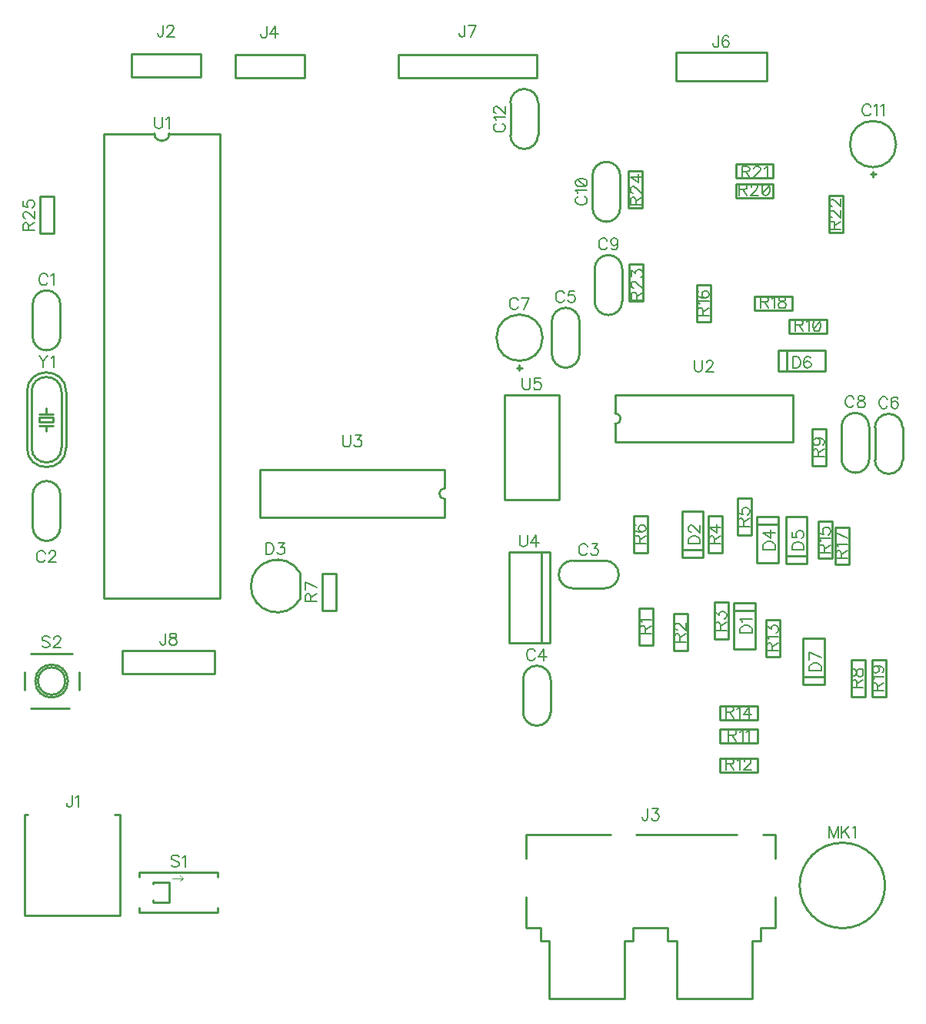
<source format=gbr>
%TF.GenerationSoftware,Novarm,DipTrace,3.2.0.1*%
%TF.CreationDate,2018-03-01T22:24:16+00:00*%
%FSLAX26Y26*%
%MOIN*%
%TF.FileFunction,Legend,Top*%
%TF.Part,Single*%
%ADD10C,0.009843*%
%ADD20C,0.003937*%
%ADD90C,0.00772*%
G75*
G01*
%LPD*%
X3585876Y793701D2*
D10*
X3148799D1*
X3038583D2*
X2672421D1*
X3650837Y83071D2*
X3323976D1*
X3099646D2*
X2772785D1*
X3650837D2*
Y331118D1*
X3323976Y83071D2*
Y331118D1*
X3099646Y83071D2*
Y331118D1*
X2772785Y83071D2*
Y331118D1*
X3323976D2*
X3286624D1*
Y390138D1*
X3099646Y331118D2*
X3136998D1*
Y390138D1*
X3650837Y331118D2*
X3688189D1*
Y390138D1*
X2772785Y331118D2*
X2735433D1*
Y390138D1*
X2672421Y521043D2*
Y390138D1*
X3751201Y521043D2*
Y390138D1*
X3688189D1*
X2735433D2*
X2672421D1*
X3751201Y690323D2*
Y793701D1*
X3699990D1*
X2672421Y690323D2*
Y793701D1*
X3286624Y390138D2*
X3136998D1*
X499803Y879146D2*
X511626D1*
X499803Y442126D2*
Y879146D1*
Y442126D2*
X913189D1*
Y879146D1*
X889585D1*
X1054743Y500394D2*
Y508276D1*
X1334262Y476765D2*
Y457087D1*
X995659D1*
Y476765D1*
Y610636D2*
Y630315D1*
X1334262D1*
Y610636D1*
X1139332Y602754D2*
D20*
X1182681D1*
X1186615D2*
X1170881Y590940D1*
X1186615Y602754D2*
X1170881Y614569D1*
X1054743Y500394D2*
D10*
X1125585D1*
Y587008D1*
X1054743D1*
Y579126D1*
X3857874Y572441D2*
G02X3857874Y572441I185039J0D01*
G01*
X678701Y2468694D2*
Y2708708D1*
X508701Y2468694D2*
Y2708708D1*
X658709Y2468694D2*
Y2708708D1*
X528693D2*
Y2468694D1*
X563696Y2578697D2*
Y2598705D1*
X623706D1*
Y2578697D1*
X563696D1*
Y2613711D2*
X593701D1*
X623706D1*
X563696Y2563691D2*
X593701D1*
X623706D1*
X593701Y2613711D2*
Y2638721D1*
Y2563691D2*
Y2538681D1*
X508701Y2468694D2*
G03X678701Y2468694I85000J7D01*
G01*
Y2708708D2*
G03X508701Y2708708I-85000J-7D01*
G01*
X528693Y2468694D2*
G03X658709Y2468694I65008J23D01*
G01*
Y2708708D2*
G03X528693Y2708708I-65008J-23D01*
G01*
X841744Y3822551D2*
Y1814764D1*
X1345658D1*
Y3822551D2*
Y1814764D1*
X841744Y3826575D2*
X1062198D1*
X1345658D2*
X1125204D1*
X1062198D2*
G03X1125204Y3826575I31503J119D01*
G01*
X533701Y3088641D2*
Y2948761D1*
X653701Y3088641D2*
Y2948761D1*
X533701D2*
G03X653701Y2948761I60000J-60D01*
G01*
Y3088641D2*
G03X533701Y3088641I-60000J60D01*
G01*
X653701Y2123761D2*
Y2263641D1*
X533701Y2123761D2*
Y2263641D1*
X653701D2*
G03X533701Y2263641I-60000J60D01*
G01*
Y2123761D2*
G03X653701Y2123761I60000J-60D01*
G01*
X544886Y1457283D2*
G02X544886Y1457283I70862J0D01*
G01*
X706303Y1575401D2*
X525193D1*
X497623Y1496680D2*
Y1417911D1*
X525193Y1339166D2*
X690549D1*
X733873Y1417911D2*
Y1496680D1*
X556702Y1457296D2*
G02X556702Y1457296I59046J0D01*
G01*
X2903701Y2873761D2*
Y3013641D1*
X2783701Y2873761D2*
Y3013641D1*
X2903701D2*
G03X2783701Y3013641I-60000J60D01*
G01*
Y2873761D2*
G03X2903701Y2873761I60000J-60D01*
G01*
X3057874Y2696067D2*
X3829528D1*
Y2491334D2*
Y2696067D1*
X3057874Y2491334D2*
X3829528D1*
X3057874D2*
Y2570075D1*
Y2696067D2*
Y2617327D1*
Y2570075D2*
G03X3057874Y2617327I-13J23626D01*
G01*
X3223701Y1773851D2*
X3163701D1*
X3223701Y1613551D2*
Y1773851D1*
Y1613551D2*
X3163701D1*
Y1773851D1*
X3373701Y1748851D2*
X3313701D1*
X3373701Y1588551D2*
Y1748851D1*
Y1588551D2*
X3313701D1*
Y1748851D1*
X3573425Y1795354D2*
X3663976D1*
Y1594409D1*
X3573425Y1761970D2*
X3663976D1*
X3573425Y1594409D2*
X3663976D1*
X3573425Y1795354D2*
Y1594409D1*
X3438976Y1992047D2*
X3348425D1*
Y2192992D1*
X3438976Y2025431D2*
X3348425D1*
X3438976Y2192992D2*
X3348425D1*
X3438976Y1992047D2*
Y2192992D1*
X3548701Y1798851D2*
X3488701D1*
X3548701Y1638551D2*
Y1798851D1*
Y1638551D2*
X3488701D1*
Y1798851D1*
X3463701Y2013551D2*
X3523701D1*
X3463701Y2173851D2*
Y2013551D1*
Y2173851D2*
X3523701D1*
Y2013551D1*
X3648701Y2248851D2*
X3588701D1*
X3648701Y2088551D2*
Y2248851D1*
Y2088551D2*
X3588701D1*
Y2248851D1*
X3138701Y2013551D2*
X3198701D1*
X3138701Y2173851D2*
Y2013551D1*
Y2173851D2*
X3198701D1*
Y2013551D1*
X2320276Y2166334D2*
X1517126D1*
Y2371067D2*
Y2166334D1*
X2320276Y2371067D2*
X1517126D1*
X2320276D2*
Y2292327D1*
Y2166334D2*
Y2245075D1*
Y2292327D2*
G03X2320276Y2245075I13J-23626D01*
G01*
X1692126Y1925930D2*
Y1811472D1*
G02X1692126Y1925930I-98597J57229D01*
G01*
X1848701Y1923851D2*
X1788701D1*
X1848701Y1763551D2*
Y1923851D1*
Y1763551D2*
X1788701D1*
Y1923851D1*
X2775000Y2015551D2*
X2597835D1*
Y1621850D1*
X2775000D1*
Y2015551D1*
X2739567D2*
Y1621850D1*
X2873761Y1858701D2*
X3013641D1*
X2873761Y1978701D2*
X3013641D1*
Y1858701D2*
G03X3013641Y1978701I60J60000D01*
G01*
X2873761D2*
G03X2873761Y1858701I-60J-60000D01*
G01*
X2658701Y1463641D2*
Y1323761D1*
X2778701Y1463641D2*
Y1323761D1*
X2658701D2*
G03X2778701Y1323761I60000J-60D01*
G01*
Y1463641D2*
G03X2658701Y1463641I-60000J60D01*
G01*
X2579724Y2242323D2*
X2815945D1*
Y2695079D1*
X2579724D1*
Y2242323D1*
X3973701Y2548851D2*
X3913701D1*
X3973701Y2388551D2*
Y2548851D1*
Y2388551D2*
X3913701D1*
Y2548851D1*
X3813551Y3023701D2*
Y2963701D1*
X3973851Y3023701D2*
X3813551D1*
X3973851D2*
Y2963701D1*
X3813551D1*
X3673851Y1188701D2*
Y1248701D1*
X3513551Y1188701D2*
X3673851D1*
X3513551D2*
Y1248701D1*
X3673851D1*
Y1063701D2*
Y1123701D1*
X3513551Y1063701D2*
X3673851D1*
X3513551D2*
Y1123701D1*
X3673851D1*
X3673425Y2170354D2*
X3763976D1*
Y1969409D1*
X3673425Y2136970D2*
X3763976D1*
X3673425Y1969409D2*
X3763976D1*
X3673425Y2170354D2*
Y1969409D1*
X3888976Y1967047D2*
X3798425D1*
Y2167992D1*
X3888976Y2000431D2*
X3798425D1*
X3888976Y2167992D2*
X3798425D1*
X3888976Y1967047D2*
Y2167992D1*
X3773701Y1723851D2*
X3713701D1*
X3773701Y1563551D2*
Y1723851D1*
Y1563551D2*
X3713701D1*
Y1723851D1*
X3673851Y1288701D2*
Y1348701D1*
X3513551Y1288701D2*
X3673851D1*
X3513551D2*
Y1348701D1*
X3673851D1*
X3767047Y2798425D2*
Y2888976D1*
X3967992D1*
X3800431Y2798425D2*
Y2888976D1*
X3967992Y2798425D2*
Y2888976D1*
X3767047Y2798425D2*
X3967992D1*
X3963976Y1442047D2*
X3873425D1*
Y1642992D1*
X3963976Y1475431D2*
X3873425D1*
X3963976Y1642992D2*
X3873425D1*
X3963976Y1442047D2*
Y1642992D1*
X3938701Y1988551D2*
X3998701D1*
X3938701Y2148851D2*
Y1988551D1*
Y2148851D2*
X3998701D1*
Y1988551D1*
X3413701Y3013551D2*
X3473701D1*
X3413701Y3173851D2*
Y3013551D1*
Y3173851D2*
X3473701D1*
Y3013551D1*
X4073701Y2123851D2*
X4013701D1*
X4073701Y1963551D2*
Y2123851D1*
Y1963551D2*
X4013701D1*
Y2123851D1*
X3823851Y3063701D2*
Y3123701D1*
X3663551Y3063701D2*
X3823851D1*
X3663551D2*
Y3123701D1*
X3823851D1*
X4141915Y1549431D2*
X4081915D1*
X4141915Y1389131D2*
Y1549431D1*
Y1389131D2*
X4081915D1*
Y1549431D1*
X4230777D2*
X4170777D1*
X4230777Y1389131D2*
Y1549431D1*
Y1389131D2*
X4170777D1*
Y1549431D1*
X4303991Y2414433D2*
Y2554313D1*
X4183991Y2414433D2*
Y2554313D1*
X4303991D2*
G03X4183991Y2554313I-60000J60D01*
G01*
Y2414433D2*
G03X4303991Y2414433I60000J-60D01*
G01*
X4159146Y2418897D2*
Y2558777D1*
X4039146Y2418897D2*
Y2558777D1*
X4159146D2*
G03X4039146Y2558777I-60000J60D01*
G01*
Y2418897D2*
G03X4159146Y2418897I60000J-60D01*
G01*
X3581585Y3610420D2*
Y3550420D1*
X3741885Y3610420D2*
X3581585D1*
X3741885D2*
Y3550420D1*
X3581585D1*
X2655521Y2813820D2*
X2631881D1*
X2643701Y2802001D2*
Y2825614D1*
X2543701Y2943730D2*
G02X2543701Y2943730I100000J0D01*
G01*
X3582166Y3695688D2*
Y3635688D1*
X3742466Y3695688D2*
X3582166D1*
X3742466D2*
Y3635688D1*
X3582166D1*
X4045218Y3559119D2*
X3985218D1*
X4045218Y3398819D2*
Y3559119D1*
Y3398819D2*
X3985218D1*
Y3559119D1*
X3178234Y3261248D2*
X3118234D1*
X3178234Y3100948D2*
Y3261248D1*
Y3100948D2*
X3118234D1*
Y3261248D1*
X3088941Y3101859D2*
Y3241739D1*
X2968941Y3101859D2*
Y3241739D1*
X3088941D2*
G03X2968941Y3241739I-60000J60D01*
G01*
Y3101859D2*
G03X3088941Y3101859I60000J-60D01*
G01*
X3115139Y3504542D2*
X3175139D1*
X3115139Y3664842D2*
Y3504542D1*
Y3664842D2*
X3175139D1*
Y3504542D1*
X2959932Y3645332D2*
Y3505452D1*
X3079932Y3645332D2*
Y3505452D1*
X2959932D2*
G03X3079932Y3505452I60000J-60D01*
G01*
Y3645332D2*
G03X2959932Y3645332I-60000J60D01*
G01*
X4187546Y3652136D2*
X4163906D1*
X4175726Y3640317D2*
Y3663930D1*
X4075726Y3782046D2*
G02X4075726Y3782046I100000J0D01*
G01*
X961604Y4173844D2*
X1261566D1*
Y4073839D1*
X961604D1*
Y4173844D1*
X1410919Y4167972D2*
X1710881D1*
Y4067967D1*
X1410919D1*
Y4167972D1*
X3714430Y4056186D2*
X3320730D1*
Y4178234D1*
X3714430D1*
Y4056186D1*
X2119092Y4167710D2*
X2719037D1*
Y4067709D1*
X2119092D1*
Y4167710D1*
X2604058Y3960840D2*
Y3820960D1*
X2724058Y3960840D2*
Y3820960D1*
X2604058D2*
G03X2724058Y3820960I60000J-60D01*
G01*
Y3960840D2*
G03X2604058Y3960840I-60000J60D01*
G01*
X564727Y3394627D2*
X624727D1*
X564727Y3554927D2*
Y3394627D1*
Y3554927D2*
X624727D1*
Y3394627D1*
X1322239Y1490490D2*
X922204D1*
Y1590495D1*
X1322239D1*
Y1490490D1*
X3199311Y904325D2*
D90*
Y866079D1*
X3196934Y858894D1*
X3194502Y856517D1*
X3189749Y854085D1*
X3184941D1*
X3180187Y856517D1*
X3177811Y858894D1*
X3175379Y866079D1*
Y870832D1*
X3219558Y904270D2*
X3245811D1*
X3231497Y885147D1*
X3238682D1*
X3243435Y882770D1*
X3245811Y880394D1*
X3248243Y873209D1*
Y868456D1*
X3245811Y861270D1*
X3241058Y856462D1*
X3233873Y854085D1*
X3226688D1*
X3219558Y856462D1*
X3217182Y858894D1*
X3214750Y863647D1*
X704746Y962199D2*
Y923953D1*
X702369Y916768D1*
X699937Y914391D1*
X695184Y911959D1*
X690375D1*
X685622Y914391D1*
X683246Y916768D1*
X680814Y923953D1*
Y928706D1*
X720185Y952583D2*
X724993Y955014D1*
X732178Y962144D1*
Y911959D1*
X1167991Y696353D2*
X1163238Y701161D1*
X1156053Y703538D1*
X1146491D1*
X1139306Y701161D1*
X1134498Y696353D1*
Y691600D1*
X1136929Y686791D1*
X1139306Y684415D1*
X1144059Y682038D1*
X1158429Y677230D1*
X1163238Y674853D1*
X1165614Y672421D1*
X1167991Y667668D1*
Y660483D1*
X1163238Y655730D1*
X1156053Y653298D1*
X1146491D1*
X1139306Y655730D1*
X1134498Y660483D1*
X1183430Y693921D2*
X1188239Y696353D1*
X1195424Y703483D1*
Y653298D1*
X4023854Y780463D2*
Y830703D1*
X4004731Y780463D1*
X3985607Y830703D1*
Y780463D1*
X4039293Y830703D2*
Y780463D1*
X4072787Y830703D2*
X4039293Y797210D1*
X4051231Y809204D2*
X4072787Y780463D1*
X4088226Y821086D2*
X4093034Y823518D1*
X4100219Y830648D1*
Y780463D1*
X560861Y2866924D2*
X579984Y2842992D1*
Y2816684D1*
X599108Y2866924D2*
X579984Y2842992D1*
X614547Y2857307D2*
X619355Y2859739D1*
X626540Y2866869D1*
Y2816684D1*
X1063238Y3899798D2*
Y3863928D1*
X1065614Y3856743D1*
X1070423Y3851990D1*
X1077608Y3849558D1*
X1082361D1*
X1089546Y3851990D1*
X1094354Y3856743D1*
X1096731Y3863928D1*
Y3899798D1*
X1112170Y3890181D2*
X1116979Y3892613D1*
X1124164Y3899743D1*
Y3849558D1*
X597919Y3209986D2*
X595543Y3214739D1*
X590734Y3219547D1*
X585981Y3221924D1*
X576420D1*
X571611Y3219547D1*
X566858Y3214739D1*
X564426Y3209986D1*
X562049Y3202801D1*
Y3190807D1*
X564426Y3183677D1*
X566858Y3178869D1*
X571611Y3174116D1*
X576420Y3171684D1*
X585981D1*
X590734Y3174116D1*
X595543Y3178869D1*
X597919Y3183677D1*
X613359Y3212307D2*
X618167Y3214739D1*
X625352Y3221869D1*
Y3171684D1*
X587169Y2009986D2*
X584793Y2014739D1*
X579984Y2019547D1*
X575231Y2021924D1*
X565670D1*
X560861Y2019547D1*
X556108Y2014739D1*
X553676Y2009986D1*
X551300Y2002801D1*
Y1990807D1*
X553676Y1983677D1*
X556108Y1978869D1*
X560861Y1974116D1*
X565670Y1971684D1*
X575231D1*
X579984Y1974116D1*
X584793Y1978869D1*
X587169Y1983677D1*
X605041Y2009930D2*
Y2012307D1*
X607417Y2017115D1*
X609794Y2019492D1*
X614602Y2021869D1*
X624164D1*
X628917Y2019492D1*
X631294Y2017115D1*
X633725Y2012307D1*
Y2007554D1*
X631294Y2002745D1*
X626540Y1995616D1*
X602609Y1971684D1*
X636102D1*
X608028Y1645369D2*
X603275Y1650177D1*
X596090Y1652554D1*
X586529D1*
X579344Y1650177D1*
X574535Y1645369D1*
Y1640616D1*
X576967Y1635807D1*
X579344Y1633431D1*
X584097Y1631054D1*
X598467Y1626245D1*
X603275Y1623869D1*
X605652Y1621437D1*
X608028Y1616684D1*
Y1609499D1*
X603275Y1604746D1*
X596090Y1602314D1*
X586529D1*
X579344Y1604746D1*
X574535Y1609499D1*
X625900Y1640560D2*
Y1642937D1*
X628276Y1647745D1*
X630653Y1650122D1*
X635461Y1652499D1*
X645023D1*
X649776Y1650122D1*
X652153Y1647745D1*
X654584Y1642937D1*
Y1638184D1*
X652153Y1633375D1*
X647399Y1626245D1*
X623468Y1602314D1*
X656961D1*
X2837169Y3134986D2*
X2834793Y3139739D1*
X2829984Y3144547D1*
X2825231Y3146924D1*
X2815670D1*
X2810861Y3144547D1*
X2806108Y3139739D1*
X2803676Y3134986D1*
X2801300Y3127801D1*
Y3115807D1*
X2803676Y3108677D1*
X2806108Y3103869D1*
X2810861Y3099116D1*
X2815670Y3096684D1*
X2825231D1*
X2829984Y3099116D1*
X2834793Y3103869D1*
X2837169Y3108677D1*
X2881294Y3146869D2*
X2857417D1*
X2855041Y3125369D1*
X2857417Y3127745D1*
X2864602Y3130177D1*
X2871732D1*
X2878917Y3127745D1*
X2883725Y3122992D1*
X2886102Y3115807D1*
Y3111054D1*
X2883725Y3103869D1*
X2878917Y3099060D1*
X2871732Y3096684D1*
X2864602D1*
X2857417Y3099060D1*
X2855041Y3101492D1*
X2852609Y3106245D1*
X3402488Y2846451D2*
Y2810581D1*
X3404864Y2803396D1*
X3409673Y2798643D1*
X3416858Y2796211D1*
X3421611D1*
X3428796Y2798643D1*
X3433605Y2803396D1*
X3435981Y2810581D1*
Y2846451D1*
X3453852Y2834458D2*
Y2836835D1*
X3456229Y2841643D1*
X3458605Y2844020D1*
X3463414Y2846396D1*
X3472976D1*
X3477729Y2844020D1*
X3480105Y2841643D1*
X3482537Y2836835D1*
Y2832081D1*
X3480105Y2827273D1*
X3475352Y2820143D1*
X3451420Y2796211D1*
X3484914D1*
X3189409Y1663238D2*
Y1684738D1*
X3186978Y1691923D1*
X3184601Y1694355D1*
X3179848Y1696731D1*
X3175039D1*
X3170286Y1694355D1*
X3167854Y1691923D1*
X3165478Y1684738D1*
Y1663238D1*
X3215718D1*
X3189409Y1679985D2*
X3215718Y1696731D1*
X3175095Y1712170D2*
X3172663Y1716979D1*
X3165533Y1724164D1*
X3215718D1*
X3339409Y1627488D2*
Y1648988D1*
X3336978Y1656173D1*
X3334601Y1658605D1*
X3329848Y1660981D1*
X3325039D1*
X3320286Y1658605D1*
X3317854Y1656173D1*
X3315478Y1648988D1*
Y1627488D1*
X3365718D1*
X3339409Y1644235D2*
X3365718Y1660981D1*
X3327471Y1678852D2*
X3325095D1*
X3320286Y1681229D1*
X3317910Y1683606D1*
X3315533Y1688414D1*
Y1697976D1*
X3317910Y1702729D1*
X3320286Y1705105D1*
X3325095Y1707537D1*
X3329848D1*
X3334656Y1705105D1*
X3341786Y1700352D1*
X3365718Y1676420D1*
Y1709914D1*
X3600202Y1664419D2*
X3650442D1*
Y1681166D1*
X3648010Y1688351D1*
X3643257Y1693159D1*
X3638449Y1695536D1*
X3631319Y1697912D1*
X3619325D1*
X3612140Y1695536D1*
X3607387Y1693159D1*
X3602579Y1688351D1*
X3600202Y1681166D1*
Y1664419D1*
X3609819Y1713352D2*
X3607387Y1718160D1*
X3600257Y1725345D1*
X3650442D1*
X3375202Y2051307D2*
X3425442D1*
Y2068053D1*
X3423010Y2075238D1*
X3418257Y2080047D1*
X3413449Y2082424D1*
X3406319Y2084800D1*
X3394325D1*
X3387140Y2082424D1*
X3382387Y2080047D1*
X3377579Y2075239D1*
X3375202Y2068054D1*
Y2051307D1*
X3387196Y2102671D2*
X3384819D1*
X3380011Y2105048D1*
X3377634Y2107424D1*
X3375257Y2112233D1*
Y2121794D1*
X3377634Y2126548D1*
X3380011Y2128924D1*
X3384819Y2131356D1*
X3389572D1*
X3394381Y2128924D1*
X3401510Y2124171D1*
X3425442Y2100239D1*
Y2133733D1*
X3514409Y1677488D2*
Y1698988D1*
X3511978Y1706173D1*
X3509601Y1708605D1*
X3504848Y1710981D1*
X3500039D1*
X3495286Y1708605D1*
X3492854Y1706173D1*
X3490478Y1698988D1*
Y1677488D1*
X3540718D1*
X3514409Y1694235D2*
X3540718Y1710981D1*
X3490533Y1731229D2*
Y1757482D1*
X3509656Y1743167D1*
Y1750352D1*
X3512033Y1755105D1*
X3514409Y1757482D1*
X3521595Y1759914D1*
X3526348D1*
X3533533Y1757482D1*
X3538341Y1752729D1*
X3540718Y1745544D1*
Y1738359D1*
X3538341Y1731229D1*
X3535909Y1728852D1*
X3531156Y1726420D1*
X3489409Y2051300D2*
Y2072799D1*
X3486978Y2079985D1*
X3484601Y2082416D1*
X3479848Y2084793D1*
X3475039D1*
X3470286Y2082416D1*
X3467854Y2079985D1*
X3465478Y2072800D1*
Y2051300D1*
X3515718D1*
X3489409Y2068046D2*
X3515718Y2084793D1*
Y2124164D2*
X3465533D1*
X3498971Y2100232D1*
Y2136102D1*
X3614409Y2127488D2*
Y2148988D1*
X3611978Y2156173D1*
X3609601Y2158605D1*
X3604848Y2160981D1*
X3600039D1*
X3595286Y2158605D1*
X3592854Y2156173D1*
X3590478Y2148988D1*
Y2127488D1*
X3640718D1*
X3614409Y2144235D2*
X3640718Y2160981D1*
X3590533Y2205105D2*
Y2181229D1*
X3612033Y2178852D1*
X3609656Y2181229D1*
X3607224Y2188414D1*
Y2195544D1*
X3609656Y2202729D1*
X3614409Y2207537D1*
X3621595Y2209914D1*
X3626348D1*
X3633533Y2207537D1*
X3638341Y2202729D1*
X3640718Y2195544D1*
Y2188414D1*
X3638341Y2181229D1*
X3635909Y2178852D1*
X3631156Y2176420D1*
X3164409Y2053704D2*
Y2075204D1*
X3161978Y2082389D1*
X3159601Y2084821D1*
X3154848Y2087197D1*
X3150039D1*
X3145286Y2084821D1*
X3142854Y2082389D1*
X3140478Y2075204D1*
Y2053704D1*
X3190718D1*
X3164409Y2070451D2*
X3190718Y2087197D1*
X3147663Y2131321D2*
X3142910Y2128945D1*
X3140533Y2121760D1*
Y2117006D1*
X3142910Y2109821D1*
X3150095Y2105013D1*
X3162033Y2102636D1*
X3173971D1*
X3183533Y2105013D1*
X3188341Y2109821D1*
X3190718Y2117006D1*
Y2119383D1*
X3188341Y2126513D1*
X3183533Y2131321D1*
X3176348Y2133698D1*
X3173971D1*
X3166786Y2131321D1*
X3162033Y2126513D1*
X3159656Y2119383D1*
Y2117006D1*
X3162033Y2109821D1*
X3166786Y2105013D1*
X3173971Y2102636D1*
X1877488Y2521451D2*
Y2485581D1*
X1879864Y2478396D1*
X1884673Y2473643D1*
X1891858Y2471211D1*
X1896611D1*
X1903796Y2473643D1*
X1908605Y2478396D1*
X1910981Y2485581D1*
Y2521451D1*
X1931229Y2521396D2*
X1957482D1*
X1943167Y2502273D1*
X1950352D1*
X1955105Y2499896D1*
X1957482Y2497520D1*
X1959914Y2490335D1*
Y2485581D1*
X1957482Y2478396D1*
X1952729Y2473588D1*
X1945544Y2471211D1*
X1938359D1*
X1931229Y2473588D1*
X1928852Y2476020D1*
X1926420Y2480773D1*
X1544614Y2055926D2*
Y2005686D1*
X1561360D1*
X1568546Y2008118D1*
X1573354Y2012871D1*
X1575731Y2017679D1*
X1578107Y2024809D1*
Y2036803D1*
X1575731Y2043988D1*
X1573354Y2048741D1*
X1568546Y2053549D1*
X1561360Y2055926D1*
X1544614D1*
X1598355Y2055870D2*
X1624608D1*
X1610293Y2036747D1*
X1617478D1*
X1622231Y2034371D1*
X1624608Y2031994D1*
X1627040Y2024809D1*
Y2020056D1*
X1624608Y2012871D1*
X1619855Y2008062D1*
X1612670Y2005686D1*
X1605485D1*
X1598355Y2008062D1*
X1595978Y2010494D1*
X1593546Y2015247D1*
X1739409Y1802488D2*
Y1823988D1*
X1736978Y1831173D1*
X1734601Y1833605D1*
X1729848Y1835981D1*
X1725039D1*
X1720286Y1833605D1*
X1717854Y1831173D1*
X1715478Y1823988D1*
Y1802488D1*
X1765718D1*
X1739409Y1819235D2*
X1765718Y1835981D1*
Y1860982D2*
X1715533Y1884914D1*
Y1851420D1*
X2644016Y2088774D2*
Y2052904D1*
X2646393Y2045719D1*
X2651201Y2040966D1*
X2658386Y2038534D1*
X2663139D1*
X2670324Y2040966D1*
X2675133Y2045719D1*
X2677509Y2052904D1*
Y2088774D1*
X2716880Y2038534D2*
Y2088719D1*
X2692949Y2055281D1*
X2728819D1*
X2937169Y2039986D2*
X2934793Y2044739D1*
X2929984Y2049547D1*
X2925231Y2051924D1*
X2915670D1*
X2910861Y2049547D1*
X2906108Y2044739D1*
X2903676Y2039986D1*
X2901300Y2032801D1*
Y2020807D1*
X2903676Y2013677D1*
X2906108Y2008869D1*
X2910861Y2004116D1*
X2915670Y2001684D1*
X2925231D1*
X2929984Y2004116D1*
X2934793Y2008869D1*
X2937169Y2013677D1*
X2957417Y2051869D2*
X2983670D1*
X2969355Y2032745D1*
X2976540D1*
X2981294Y2030369D1*
X2983670Y2027992D1*
X2986102Y2020807D1*
Y2016054D1*
X2983670Y2008869D1*
X2978917Y2004060D1*
X2971732Y2001684D1*
X2964547D1*
X2957417Y2004060D1*
X2955041Y2006492D1*
X2952609Y2011246D1*
X2710981Y1584986D2*
X2708605Y1589739D1*
X2703796Y1594547D1*
X2699043Y1596924D1*
X2689481D1*
X2684673Y1594547D1*
X2679920Y1589739D1*
X2677488Y1584986D1*
X2675111Y1577801D1*
Y1565807D1*
X2677488Y1558677D1*
X2679920Y1553869D1*
X2684673Y1549116D1*
X2689481Y1546684D1*
X2699043D1*
X2703796Y1549116D1*
X2708605Y1553869D1*
X2710981Y1558677D1*
X2750352Y1546684D2*
Y1596869D1*
X2726420Y1563431D1*
X2762290D1*
X2656622Y2768302D2*
Y2732432D1*
X2658998Y2725247D1*
X2663807Y2720494D1*
X2670992Y2718062D1*
X2675745D1*
X2682930Y2720494D1*
X2687738Y2725247D1*
X2690115Y2732432D1*
Y2768302D1*
X2734239Y2768247D2*
X2710363D1*
X2707986Y2746747D1*
X2710363Y2749123D1*
X2717548Y2751555D1*
X2724678D1*
X2731863Y2749123D1*
X2736671Y2744370D1*
X2739048Y2737185D1*
Y2732432D1*
X2736671Y2725247D1*
X2731863Y2720438D1*
X2724678Y2718062D1*
X2717548D1*
X2710363Y2720438D1*
X2707986Y2722870D1*
X2705554Y2727623D1*
X3939409Y2428676D2*
Y2450176D1*
X3936978Y2457361D1*
X3934601Y2459793D1*
X3929848Y2462170D1*
X3925039D1*
X3920286Y2459793D1*
X3917854Y2457361D1*
X3915478Y2450176D1*
Y2428676D1*
X3965718D1*
X3939409Y2445423D2*
X3965718Y2462169D1*
X3932224Y2508725D2*
X3939409Y2506294D1*
X3944218Y2501540D1*
X3946595Y2494355D1*
Y2491979D1*
X3944218Y2484794D1*
X3939409Y2480041D1*
X3932224Y2477609D1*
X3929848D1*
X3922663Y2480041D1*
X3917910Y2484794D1*
X3915533Y2491979D1*
Y2494355D1*
X3917910Y2501540D1*
X3922663Y2506294D1*
X3932224Y2508725D1*
X3944218D1*
X3956156Y2506294D1*
X3963341Y2501540D1*
X3965718Y2494355D1*
Y2489602D1*
X3963341Y2482417D1*
X3958533Y2480041D1*
X3838771Y2997992D2*
X3860271D1*
X3867456Y3000424D1*
X3869888Y3002801D1*
X3872265Y3007554D1*
Y3012362D1*
X3869888Y3017115D1*
X3867456Y3019547D1*
X3860271Y3021924D1*
X3838771D1*
Y2971684D1*
X3855518Y2997992D2*
X3872265Y2971684D1*
X3887704Y3012307D2*
X3892512Y3014739D1*
X3899698Y3021869D1*
Y2971684D1*
X3929507Y3021869D2*
X3922322Y3019492D1*
X3917513Y3012307D1*
X3915137Y3000369D1*
Y2993184D1*
X3917513Y2981245D1*
X3922322Y2974060D1*
X3929507Y2971684D1*
X3934260D1*
X3941445Y2974060D1*
X3946198Y2981245D1*
X3948630Y2993184D1*
Y3000369D1*
X3946198Y3012307D1*
X3941445Y3019492D1*
X3934260Y3021869D1*
X3929507D1*
X3946198Y3012307D2*
X3917513Y2981245D1*
X3549521Y1222992D2*
X3571021D1*
X3578206Y1225424D1*
X3580638Y1227801D1*
X3583015Y1232554D1*
Y1237362D1*
X3580638Y1242115D1*
X3578206Y1244547D1*
X3571021Y1246924D1*
X3549521D1*
Y1196684D1*
X3566268Y1222992D2*
X3583015Y1196684D1*
X3598454Y1237307D2*
X3603262Y1239739D1*
X3610447Y1246869D1*
Y1196684D1*
X3625887Y1237307D2*
X3630695Y1239739D1*
X3637880Y1246869D1*
Y1196684D1*
X3538771Y1097992D2*
X3560271D1*
X3567456Y1100424D1*
X3569888Y1102801D1*
X3572265Y1107554D1*
Y1112362D1*
X3569888Y1117115D1*
X3567456Y1119547D1*
X3560271Y1121924D1*
X3538771D1*
Y1071684D1*
X3555518Y1097992D2*
X3572265Y1071684D1*
X3587704Y1112307D2*
X3592512Y1114739D1*
X3599698Y1121869D1*
Y1071684D1*
X3617569Y1109930D2*
Y1112307D1*
X3619945Y1117115D1*
X3622322Y1119492D1*
X3627130Y1121869D1*
X3636692D1*
X3641445Y1119492D1*
X3643822Y1117115D1*
X3646254Y1112307D1*
Y1107554D1*
X3643822Y1102745D1*
X3639068Y1095616D1*
X3615137Y1071684D1*
X3648630D1*
X3700202Y2027481D2*
X3750442D1*
Y2044227D1*
X3748010Y2051412D1*
X3743257Y2056221D1*
X3738449Y2058597D1*
X3731319Y2060974D1*
X3719325D1*
X3712140Y2058597D1*
X3707387Y2056221D1*
X3702579Y2051412D1*
X3700202Y2044227D1*
Y2027481D1*
X3750442Y2100345D2*
X3700257D1*
X3733696Y2076413D1*
Y2112283D1*
X3825202Y2026307D2*
X3875442D1*
Y2043053D1*
X3873010Y2050238D1*
X3868257Y2055047D1*
X3863449Y2057424D1*
X3856319Y2059800D1*
X3844325D1*
X3837140Y2057424D1*
X3832387Y2055047D1*
X3827579Y2050239D1*
X3825202Y2043054D1*
Y2026307D1*
X3825257Y2103924D2*
Y2080048D1*
X3846757Y2077671D1*
X3844381Y2080048D1*
X3841949Y2087233D1*
Y2094363D1*
X3844381Y2101548D1*
X3849134Y2106356D1*
X3856319Y2108733D1*
X3861072D1*
X3868257Y2106356D1*
X3873066Y2101548D1*
X3875442Y2094363D1*
Y2087233D1*
X3873066Y2080048D1*
X3870634Y2077671D1*
X3865881Y2075239D1*
X3739409Y1588772D2*
Y1610271D1*
X3736978Y1617456D1*
X3734601Y1619888D1*
X3729848Y1622265D1*
X3725039D1*
X3720286Y1619888D1*
X3717854Y1617456D1*
X3715478Y1610271D1*
Y1588772D1*
X3765718D1*
X3739409Y1605518D2*
X3765718Y1622265D1*
X3725095Y1637704D2*
X3722663Y1642513D1*
X3715533Y1649698D1*
X3765718D1*
X3715533Y1669945D2*
Y1696198D1*
X3734656Y1681883D1*
Y1689069D1*
X3737033Y1693822D1*
X3739409Y1696198D1*
X3746594Y1698630D1*
X3751348D1*
X3758533Y1696198D1*
X3763341Y1691445D1*
X3765718Y1684260D1*
Y1677075D1*
X3763341Y1669945D1*
X3760909Y1667569D1*
X3756156Y1665137D1*
X3537583Y1322992D2*
X3559083D1*
X3566268Y1325424D1*
X3568700Y1327801D1*
X3571077Y1332554D1*
Y1337362D1*
X3568700Y1342115D1*
X3566268Y1344547D1*
X3559083Y1346924D1*
X3537583D1*
Y1296684D1*
X3554330Y1322992D2*
X3571077Y1296684D1*
X3586516Y1337307D2*
X3591324Y1339739D1*
X3598509Y1346869D1*
Y1296684D1*
X3637880D2*
Y1346869D1*
X3613948Y1313431D1*
X3649818D1*
X3827523Y2862199D2*
Y2811959D1*
X3844269D1*
X3851454Y2814391D1*
X3856263Y2819144D1*
X3858639Y2823953D1*
X3861016Y2831083D1*
Y2843076D1*
X3858639Y2850261D1*
X3856263Y2855014D1*
X3851454Y2859823D1*
X3844269Y2862199D1*
X3827523D1*
X3905140Y2855014D2*
X3902764Y2859768D1*
X3895578Y2862144D1*
X3890825D1*
X3883640Y2859768D1*
X3878832Y2852583D1*
X3876455Y2840644D1*
Y2828706D1*
X3878832Y2819144D1*
X3883640Y2814336D1*
X3890825Y2811959D1*
X3893202D1*
X3900332Y2814336D1*
X3905140Y2819144D1*
X3907517Y2826330D1*
Y2828706D1*
X3905140Y2835891D1*
X3900332Y2840644D1*
X3893202Y2843021D1*
X3890825D1*
X3883640Y2840644D1*
X3878832Y2835891D1*
X3876455Y2828706D1*
X3900202Y1501307D2*
X3950442D1*
Y1518053D1*
X3948010Y1525238D1*
X3943257Y1530047D1*
X3938449Y1532424D1*
X3931319Y1534800D1*
X3919325D1*
X3912140Y1532424D1*
X3907387Y1530047D1*
X3902579Y1525239D1*
X3900202Y1518054D1*
Y1501307D1*
X3950442Y1559801D2*
X3900257Y1583733D1*
Y1550239D1*
X3964409Y2013772D2*
Y2035271D1*
X3961978Y2042456D1*
X3959601Y2044888D1*
X3954848Y2047265D1*
X3950039D1*
X3945286Y2044888D1*
X3942854Y2042456D1*
X3940478Y2035271D1*
Y2013772D1*
X3990718D1*
X3964409Y2030518D2*
X3990718Y2047265D1*
X3950095Y2062704D2*
X3947663Y2067513D1*
X3940533Y2074698D1*
X3990718D1*
X3940533Y2118822D2*
Y2094945D1*
X3962033Y2092569D1*
X3959656Y2094945D1*
X3957224Y2102130D1*
Y2109260D1*
X3959656Y2116445D1*
X3964409Y2121254D1*
X3971594Y2123630D1*
X3976348D1*
X3983533Y2121254D1*
X3988341Y2116445D1*
X3990718Y2109260D1*
Y2102130D1*
X3988341Y2094945D1*
X3985909Y2092569D1*
X3981156Y2090137D1*
X3439409Y3039988D2*
Y3061487D1*
X3436978Y3068672D1*
X3434601Y3071104D1*
X3429848Y3073481D1*
X3425039D1*
X3420286Y3071104D1*
X3417854Y3068672D1*
X3415478Y3061487D1*
Y3039988D1*
X3465718D1*
X3439409Y3056734D2*
X3465718Y3073481D1*
X3425095Y3088920D2*
X3422663Y3093728D1*
X3415533Y3100914D1*
X3465718Y3100913D1*
X3422663Y3145038D2*
X3417910Y3142661D1*
X3415533Y3135476D1*
Y3130723D1*
X3417910Y3123538D1*
X3425095Y3118729D1*
X3437033Y3116353D1*
X3448971D1*
X3458533Y3118729D1*
X3463341Y3123538D1*
X3465718Y3130723D1*
Y3133099D1*
X3463341Y3140229D1*
X3458533Y3145038D1*
X3451348Y3147414D1*
X3448971D1*
X3441786Y3145038D1*
X3437033Y3140229D1*
X3434656Y3133099D1*
Y3130723D1*
X3437033Y3123538D1*
X3441786Y3118729D1*
X3448971Y3116353D1*
X4039409Y1988772D2*
Y2010271D1*
X4036978Y2017456D1*
X4034601Y2019888D1*
X4029848Y2022265D1*
X4025039D1*
X4020286Y2019888D1*
X4017854Y2017456D1*
X4015478Y2010271D1*
Y1988772D1*
X4065718D1*
X4039409Y2005518D2*
X4065718Y2022265D1*
X4025095Y2037704D2*
X4022663Y2042513D1*
X4015533Y2049698D1*
X4065718D1*
Y2074698D2*
X4015533Y2098630D1*
Y2065137D1*
X3688799Y3097992D2*
X3710299D1*
X3717484Y3100424D1*
X3719916Y3102801D1*
X3722292Y3107554D1*
Y3112362D1*
X3719916Y3117115D1*
X3717484Y3119547D1*
X3710299Y3121924D1*
X3688799D1*
Y3071684D1*
X3705546Y3097992D2*
X3722292Y3071684D1*
X3737732Y3112307D2*
X3742540Y3114739D1*
X3749725Y3121869D1*
Y3071684D1*
X3777103Y3121869D2*
X3769973Y3119492D1*
X3767541Y3114739D1*
Y3109930D1*
X3769973Y3105177D1*
X3774726Y3102745D1*
X3784288Y3100369D1*
X3791473Y3097992D1*
X3796226Y3093184D1*
X3798602Y3088431D1*
Y3081245D1*
X3796226Y3076492D1*
X3793849Y3074060D1*
X3786664Y3071684D1*
X3777103D1*
X3769973Y3074060D1*
X3767541Y3076492D1*
X3765164Y3081245D1*
Y3088431D1*
X3767541Y3093184D1*
X3772349Y3097992D1*
X3779479Y3100369D1*
X3789041Y3102745D1*
X3793849Y3105177D1*
X3796226Y3109930D1*
Y3114739D1*
X3793849Y3119492D1*
X3786664Y3121869D1*
X3777103D1*
X4106753Y1428096D2*
Y1449595D1*
X4104321Y1456780D1*
X4101945Y1459212D1*
X4097192Y1461589D1*
X4092383D1*
X4087630Y1459212D1*
X4085198Y1456781D1*
X4082822Y1449595D1*
Y1428096D1*
X4133062D1*
X4106753Y1444842D2*
X4133062Y1461589D1*
X4082877Y1488966D2*
X4085253Y1481837D1*
X4090007Y1479405D1*
X4094815D1*
X4099568Y1481837D1*
X4102000Y1486590D1*
X4104377Y1496151D1*
X4106753Y1503336D1*
X4111562Y1508090D1*
X4116315Y1510466D1*
X4123500D1*
X4128253Y1508090D1*
X4130685Y1505713D1*
X4133062Y1498528D1*
Y1488966D1*
X4130685Y1481837D1*
X4128253Y1479405D1*
X4123500Y1477028D1*
X4116315D1*
X4111562Y1479405D1*
X4106753Y1484213D1*
X4104377Y1491343D1*
X4102000Y1500905D1*
X4099568Y1505713D1*
X4094815Y1508090D1*
X4090007D1*
X4085253Y1505713D1*
X4082877Y1498528D1*
Y1488966D1*
X4195615Y1415540D2*
X4195616Y1437040D1*
X4193184Y1444225D1*
X4190807Y1446657D1*
X4186054Y1449033D1*
X4181245D1*
X4176492Y1446657D1*
X4174060Y1444225D1*
X4171684Y1437040D1*
Y1415540D1*
X4221924D1*
X4195615Y1432287D2*
X4221924Y1449033D1*
X4181301Y1464472D2*
X4178869Y1469281D1*
X4171739Y1476466D1*
X4221924D1*
X4188430Y1523022D2*
X4195616Y1520590D1*
X4200424Y1515837D1*
X4202801Y1508652D1*
Y1506275D1*
X4200424Y1499090D1*
X4195616Y1494337D1*
X4188430Y1491905D1*
X4186054D1*
X4178869Y1494337D1*
X4174116Y1499090D1*
X4171739Y1506275D1*
Y1508652D1*
X4174116Y1515837D1*
X4178869Y1520590D1*
X4188430Y1523022D1*
X4200424D1*
X4212362Y1520590D1*
X4219547Y1515837D1*
X4221924Y1508652D1*
Y1503899D1*
X4219547Y1496714D1*
X4214739Y1494337D1*
X4238675Y2675658D2*
X4236299Y2680411D1*
X4231490Y2685219D1*
X4226737Y2687596D1*
X4217176D1*
X4212367Y2685219D1*
X4207614Y2680411D1*
X4205182Y2675658D1*
X4202805Y2668473D1*
Y2656479D1*
X4205182Y2649349D1*
X4207614Y2644541D1*
X4212367Y2639788D1*
X4217176Y2637356D1*
X4226737D1*
X4231490Y2639788D1*
X4236299Y2644541D1*
X4238675Y2649349D1*
X4282800Y2680411D2*
X4280423Y2685164D1*
X4273238Y2687541D1*
X4268485D1*
X4261300Y2685164D1*
X4256491Y2677979D1*
X4254115Y2666041D1*
Y2654102D1*
X4256491Y2644541D1*
X4261300Y2639732D1*
X4268485Y2637356D1*
X4270861D1*
X4277991Y2639732D1*
X4282800Y2644541D1*
X4285176Y2651726D1*
Y2654102D1*
X4282800Y2661287D1*
X4277991Y2666041D1*
X4270861Y2668417D1*
X4268485D1*
X4261300Y2666041D1*
X4256491Y2661287D1*
X4254115Y2654102D1*
X4092642Y2680122D2*
X4090265Y2684875D1*
X4085457Y2689684D1*
X4080704Y2692060D1*
X4071142D1*
X4066334Y2689684D1*
X4061580Y2684875D1*
X4059149Y2680122D1*
X4056772Y2672937D1*
Y2660944D1*
X4059149Y2653814D1*
X4061580Y2649005D1*
X4066334Y2644252D1*
X4071142Y2641820D1*
X4080704D1*
X4085457Y2644252D1*
X4090265Y2649005D1*
X4092642Y2653814D1*
X4120019Y2692005D2*
X4112890Y2689628D1*
X4110458Y2684875D1*
Y2680067D1*
X4112890Y2675314D1*
X4117643Y2672882D1*
X4127204Y2670505D1*
X4134390Y2668129D1*
X4139143Y2663320D1*
X4141519Y2658567D1*
Y2651382D1*
X4139143Y2646629D1*
X4136766Y2644197D1*
X4129581Y2641820D1*
X4120019D1*
X4112890Y2644197D1*
X4110458Y2646629D1*
X4108081Y2651382D1*
Y2658567D1*
X4110458Y2663320D1*
X4115266Y2668129D1*
X4122396Y2670505D1*
X4131958Y2672882D1*
X4136766Y2675314D1*
X4139143Y2680067D1*
Y2684875D1*
X4136766Y2689628D1*
X4129581Y2692005D1*
X4120019D1*
X3596056Y3585581D2*
X3617556D1*
X3624741Y3588013D1*
X3627172Y3590390D1*
X3629549Y3595143D1*
Y3599951D1*
X3627172Y3604705D1*
X3624741Y3607137D1*
X3617556Y3609513D1*
X3596056D1*
Y3559273D1*
X3612802Y3585581D2*
X3629549Y3559273D1*
X3647420Y3597520D2*
Y3599896D1*
X3649797Y3604705D1*
X3652173Y3607081D1*
X3656982Y3609458D1*
X3666543D1*
X3671297Y3607081D1*
X3673673Y3604705D1*
X3676105Y3599896D1*
Y3595143D1*
X3673673Y3590335D1*
X3668920Y3583205D1*
X3644988Y3559273D1*
X3678482D1*
X3708291Y3609458D2*
X3701106Y3607081D1*
X3696297Y3599896D1*
X3693921Y3587958D1*
Y3580773D1*
X3696297Y3568835D1*
X3701106Y3561650D1*
X3708291Y3559273D1*
X3713044D1*
X3720229Y3561650D1*
X3724982Y3568835D1*
X3727414Y3580773D1*
Y3587958D1*
X3724982Y3599896D1*
X3720229Y3607081D1*
X3713044Y3609458D1*
X3708291D1*
X3724982Y3599896D2*
X3696297Y3568835D1*
X2637169Y3104980D2*
X2634793Y3109733D1*
X2629984Y3114541D1*
X2625231Y3116918D1*
X2615670D1*
X2610861Y3114541D1*
X2606108Y3109733D1*
X2603676Y3104980D1*
X2601300Y3097795D1*
Y3085801D1*
X2603676Y3078671D1*
X2606108Y3073863D1*
X2610861Y3069110D1*
X2615670Y3066678D1*
X2625231D1*
X2629984Y3069110D1*
X2634793Y3073863D1*
X2637169Y3078671D1*
X2662170Y3066678D2*
X2686102Y3116863D1*
X2652609D1*
X3607387Y3662613D2*
X3628887D1*
X3636072Y3665045D1*
X3638504Y3667421D1*
X3640880Y3672175D1*
Y3676983D1*
X3638504Y3681736D1*
X3636072Y3684168D1*
X3628887Y3686545D1*
X3607387D1*
Y3636305D1*
X3624134Y3662613D2*
X3640880Y3636305D1*
X3658751Y3674551D2*
Y3676928D1*
X3661128Y3681736D1*
X3663505Y3684113D1*
X3668313Y3686489D1*
X3677875D1*
X3682628Y3684113D1*
X3685004Y3681736D1*
X3687436Y3676928D1*
Y3672175D1*
X3685004Y3667366D1*
X3680251Y3660236D1*
X3656320Y3636305D1*
X3689813D1*
X3705252Y3676928D2*
X3710061Y3679360D1*
X3717246Y3686489D1*
Y3636305D1*
X4010056Y3413289D2*
Y3434789D1*
X4007625Y3441974D1*
X4005248Y3444406D1*
X4000495Y3446783D1*
X3995686D1*
X3990933Y3444406D1*
X3988501Y3441974D1*
X3986125Y3434789D1*
Y3413289D1*
X4036365D1*
X4010056Y3430036D2*
X4036365Y3446783D1*
X3998118Y3464654D2*
X3995742D1*
X3990933Y3467030D1*
X3988557Y3469407D1*
X3986180Y3474215D1*
Y3483777D1*
X3988557Y3488530D1*
X3990933Y3490907D1*
X3995742Y3493339D1*
X4000495D1*
X4005303Y3490907D1*
X4012433Y3486154D1*
X4036365Y3462222D1*
Y3495715D1*
X3998118Y3513586D2*
X3995742D1*
X3990933Y3515963D1*
X3988557Y3518339D1*
X3986180Y3523148D1*
Y3532710D1*
X3988557Y3537463D1*
X3990933Y3539839D1*
X3995742Y3542271D1*
X4000495D1*
X4005303Y3539839D1*
X4012433Y3535086D1*
X4036365Y3511154D1*
Y3544648D1*
X3151308Y3107183D2*
Y3128683D1*
X3148877Y3135868D1*
X3146500Y3138300D1*
X3141747Y3140676D1*
X3136938D1*
X3132185Y3138300D1*
X3129753Y3135868D1*
X3127377Y3128683D1*
Y3107183D1*
X3177617D1*
X3151308Y3123930D2*
X3177617Y3140676D1*
X3139370Y3158547D2*
X3136994D1*
X3132185Y3160924D1*
X3129809Y3163301D1*
X3127432Y3168109D1*
Y3177671D1*
X3129809Y3182424D1*
X3132185Y3184800D1*
X3136994Y3187232D1*
X3141747D1*
X3146555Y3184800D1*
X3153685Y3180047D1*
X3177617Y3156116D1*
Y3189609D1*
X3127432Y3209857D2*
Y3236110D1*
X3146555Y3221795D1*
Y3228980D1*
X3148932Y3233733D1*
X3151308Y3236110D1*
X3158493Y3238541D1*
X3163247D1*
X3170432Y3236110D1*
X3175240Y3231356D1*
X3177617Y3224171D1*
Y3216986D1*
X3175240Y3209857D1*
X3172808Y3207480D1*
X3168055Y3205048D1*
X3023598Y3363084D2*
X3021221Y3367837D1*
X3016413Y3372646D1*
X3011660Y3375022D1*
X3002098D1*
X2997290Y3372646D1*
X2992536Y3367837D1*
X2990105Y3363084D1*
X2987728Y3355899D1*
Y3343906D1*
X2990105Y3336776D1*
X2992536Y3331967D1*
X2997290Y3327214D1*
X3002098Y3324782D1*
X3011660D1*
X3016413Y3327214D1*
X3021221Y3331967D1*
X3023598Y3336776D1*
X3070154Y3358276D2*
X3067722Y3351091D1*
X3062969Y3346282D1*
X3055784Y3343906D1*
X3053407D1*
X3046222Y3346282D1*
X3041469Y3351091D1*
X3039037Y3358276D1*
Y3360652D1*
X3041469Y3367837D1*
X3046222Y3372590D1*
X3053407Y3374967D1*
X3055784D1*
X3062969Y3372590D1*
X3067722Y3367837D1*
X3070154Y3358276D1*
Y3346282D1*
X3067722Y3334344D1*
X3062969Y3327159D1*
X3055784Y3324782D1*
X3051031D1*
X3043846Y3327159D1*
X3041469Y3331967D1*
X3148214Y3517824D2*
Y3539324D1*
X3145782Y3546509D1*
X3143405Y3548941D1*
X3138652Y3551317D1*
X3133844D1*
X3129091Y3548941D1*
X3126659Y3546509D1*
X3124282Y3539324D1*
Y3517824D1*
X3174522D1*
X3148214Y3534571D2*
X3174522Y3551317D1*
X3136276Y3569189D2*
X3133899D1*
X3129091Y3571565D1*
X3126714Y3573942D1*
X3124338Y3578750D1*
Y3588312D1*
X3126714Y3593065D1*
X3129091Y3595442D1*
X3133899Y3597873D1*
X3138652D1*
X3143461Y3595442D1*
X3150591Y3590688D1*
X3174522Y3566757D1*
Y3600250D1*
Y3639621D2*
X3124337D1*
X3157776Y3615689D1*
Y3651559D1*
X2898647Y3555145D2*
X2893894Y3552768D1*
X2889085Y3547960D1*
X2886709Y3543207D1*
Y3533645D1*
X2889085Y3528837D1*
X2893894Y3524083D1*
X2898647Y3521651D1*
X2905832Y3519275D1*
X2917825D1*
X2924955Y3521651D1*
X2929764Y3524083D1*
X2934517Y3528837D1*
X2936949Y3533645D1*
Y3543207D1*
X2934517Y3547960D1*
X2929764Y3552768D1*
X2924955Y3555145D1*
X2896326Y3570584D2*
X2893894Y3575392D1*
X2886764Y3582577D1*
X2936949D1*
X2886764Y3612387D2*
X2889141Y3605202D1*
X2896326Y3600393D1*
X2908264Y3598017D1*
X2915449D1*
X2927387Y3600393D1*
X2934572Y3605202D1*
X2936949Y3612387D1*
Y3617140D1*
X2934572Y3624325D1*
X2927387Y3629078D1*
X2915449Y3631510D1*
X2908264D1*
X2896326Y3629078D1*
X2889141Y3624325D1*
X2886764Y3617140D1*
Y3612387D1*
X2896326Y3629078D2*
X2927387Y3600393D1*
X4166228Y3943296D2*
X4163851Y3948049D1*
X4159043Y3952858D1*
X4154290Y3955234D1*
X4144728D1*
X4139920Y3952858D1*
X4135166Y3948049D1*
X4132735Y3943296D1*
X4130358Y3936111D1*
Y3924117D1*
X4132735Y3916988D1*
X4135166Y3912179D1*
X4139920Y3907426D1*
X4144728Y3904994D1*
X4154290D1*
X4159043Y3907426D1*
X4163851Y3912179D1*
X4166228Y3916988D1*
X4181667Y3945617D2*
X4186476Y3948049D1*
X4193661Y3955179D1*
Y3904994D1*
X4209100Y3945617D2*
X4213908Y3948049D1*
X4221093Y3955179D1*
Y3904994D1*
X1099085Y4297062D2*
Y4258815D1*
X1096708Y4251630D1*
X1094276Y4249254D1*
X1089523Y4246822D1*
X1084715D1*
X1079962Y4249254D1*
X1077585Y4251630D1*
X1075153Y4258815D1*
Y4263568D1*
X1116956Y4285068D2*
Y4287445D1*
X1119333Y4292253D1*
X1121709Y4294630D1*
X1126518Y4297006D1*
X1136079D1*
X1140832Y4294630D1*
X1143209Y4292253D1*
X1145641Y4287445D1*
Y4282692D1*
X1143209Y4277883D1*
X1138456Y4270753D1*
X1114524Y4246822D1*
X1148017D1*
X1547212Y4291190D2*
Y4252944D1*
X1544835Y4245759D1*
X1542403Y4243382D1*
X1537650Y4240950D1*
X1532841D1*
X1528088Y4243382D1*
X1525712Y4245759D1*
X1523280Y4252944D1*
Y4257697D1*
X1586582Y4240950D2*
Y4291135D1*
X1562651Y4257697D1*
X1598521D1*
X3506296Y4251457D2*
Y4213210D1*
X3503919Y4206025D1*
X3501487Y4203649D1*
X3496734Y4201217D1*
X3491925D1*
X3487172Y4203649D1*
X3484796Y4206025D1*
X3482364Y4213210D1*
Y4217963D1*
X3550420Y4244272D2*
X3548043Y4249025D1*
X3540858Y4251401D1*
X3536105D1*
X3528920Y4249025D1*
X3524111Y4241840D1*
X3521735Y4229902D1*
Y4217963D1*
X3524111Y4208402D1*
X3528920Y4203593D1*
X3536105Y4201217D1*
X3538481D1*
X3545611Y4203593D1*
X3550420Y4208402D1*
X3552796Y4215587D1*
Y4217963D1*
X3550420Y4225148D1*
X3545611Y4229902D1*
X3538481Y4232278D1*
X3536105D1*
X3528920Y4229902D1*
X3524111Y4225148D1*
X3521735Y4217963D1*
X2406564Y4295853D2*
Y4257606D1*
X2404187Y4250421D1*
X2401755Y4248045D1*
X2397002Y4245613D1*
X2392194D1*
X2387441Y4248045D1*
X2385064Y4250421D1*
X2382632Y4257606D1*
Y4262360D1*
X2431565Y4245613D2*
X2455496Y4295798D1*
X2422003D1*
X2542773Y3870653D2*
X2538020Y3868276D1*
X2533211Y3863468D1*
X2530835Y3858714D1*
Y3849153D1*
X2533211Y3844344D1*
X2538020Y3839591D1*
X2542773Y3837159D1*
X2549958Y3834783D1*
X2561951D1*
X2569081Y3837159D1*
X2573890Y3839591D1*
X2578643Y3844344D1*
X2581075Y3849153D1*
Y3858714D1*
X2578643Y3863468D1*
X2573890Y3868276D1*
X2569081Y3870653D1*
X2540452Y3886092D2*
X2538020Y3890900D1*
X2530890Y3898085D1*
X2581075D1*
X2542828Y3915956D2*
X2540452D1*
X2535643Y3918333D1*
X2533267Y3920710D1*
X2530890Y3925518D1*
Y3935080D1*
X2533267Y3939833D1*
X2535643Y3942209D1*
X2540452Y3944641D1*
X2545205D1*
X2550013Y3942209D1*
X2557143Y3937456D1*
X2581075Y3913525D1*
Y3947018D1*
X515436Y3409098D2*
Y3430598D1*
X513004Y3437783D1*
X510627Y3440214D1*
X505874Y3442591D1*
X501066D1*
X496312Y3440215D1*
X493881Y3437783D1*
X491504Y3430598D1*
Y3409098D1*
X541744D1*
X515436Y3425844D2*
X541744Y3442591D1*
X503498Y3460462D2*
X501121D1*
X496312Y3462839D1*
X493936Y3465215D1*
X491559Y3470024D1*
Y3479585D1*
X493936Y3484339D1*
X496312Y3486715D1*
X501121Y3489147D1*
X505874D1*
X510683Y3486715D1*
X517812Y3481962D1*
X541744Y3458030D1*
Y3491524D1*
X491559Y3535648D2*
Y3511771D1*
X513059Y3509395D1*
X510683Y3511771D1*
X508251Y3518956D1*
Y3526086D1*
X510683Y3533271D1*
X515436Y3538080D1*
X522621Y3540456D1*
X527374D1*
X534559Y3538080D1*
X539367Y3533271D1*
X541744Y3526086D1*
Y3518956D1*
X539367Y3511771D1*
X536936Y3509395D1*
X532182Y3506963D1*
X1109749Y1663718D2*
Y1625471D1*
X1107372Y1618286D1*
X1104941Y1615910D1*
X1100187Y1613478D1*
X1095379D1*
X1090626Y1615910D1*
X1088249Y1618286D1*
X1085817Y1625471D1*
Y1630224D1*
X1137126Y1663663D2*
X1129997Y1661286D1*
X1127565Y1656533D1*
Y1651724D1*
X1129997Y1646971D1*
X1134750Y1644539D1*
X1144311Y1642163D1*
X1151497Y1639786D1*
X1156250Y1634978D1*
X1158626Y1630224D1*
Y1623039D1*
X1156250Y1618286D1*
X1153873Y1615854D1*
X1146688Y1613478D1*
X1137126D1*
X1129997Y1615854D1*
X1127565Y1618286D1*
X1125188Y1623039D1*
Y1630224D1*
X1127565Y1634978D1*
X1132373Y1639786D1*
X1139503Y1642163D1*
X1149065Y1644539D1*
X1153873Y1646971D1*
X1156250Y1651724D1*
Y1656533D1*
X1153873Y1661286D1*
X1146688Y1663663D1*
X1137126D1*
M02*

</source>
